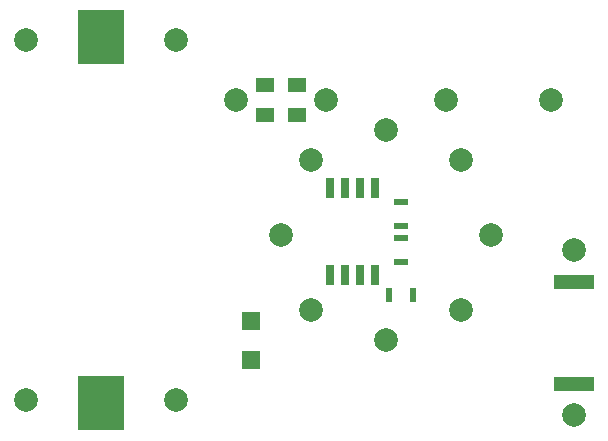
<source format=gts>
G04 #@! TF.FileFunction,Soldermask,Top*
%FSLAX46Y46*%
G04 Gerber Fmt 4.6, Leading zero omitted, Abs format (unit mm)*
G04 Created by KiCad (PCBNEW 4.0.6) date 03/27/19 07:52:48*
%MOMM*%
%LPD*%
G01*
G04 APERTURE LIST*
%ADD10C,0.100000*%
%ADD11C,2.000000*%
%ADD12R,1.300000X0.600000*%
%ADD13R,0.600000X1.300000*%
%ADD14R,4.000000X4.600000*%
%ADD15R,1.500000X1.300000*%
%ADD16R,0.650000X1.700000*%
%ADD17R,3.400000X1.300000*%
%ADD18R,1.500000X1.500000*%
G04 APERTURE END LIST*
D10*
D11*
X152019000Y-93218000D03*
X139319000Y-62738000D03*
D12*
X171069000Y-76470000D03*
X171069000Y-78470000D03*
X171069000Y-79518000D03*
X171069000Y-81518000D03*
D13*
X170069000Y-84328000D03*
X172069000Y-84328000D03*
D14*
X145669000Y-93478000D03*
X145669000Y-62478000D03*
D15*
X159559000Y-69088000D03*
X162259000Y-69088000D03*
D16*
X168846500Y-75280500D03*
X167576500Y-75280500D03*
X166306500Y-75280500D03*
X165036500Y-75280500D03*
X165036500Y-82580500D03*
X166306500Y-82580500D03*
X167576500Y-82580500D03*
X168846500Y-82580500D03*
D15*
X159559000Y-66548000D03*
X162259000Y-66548000D03*
D17*
X185674000Y-83203000D03*
X185674000Y-91803000D03*
D11*
X139319000Y-93218000D03*
X152019000Y-62738000D03*
X164719000Y-67818000D03*
X157099000Y-67818000D03*
X169799000Y-88138000D03*
X160909000Y-79248000D03*
X185674000Y-94488000D03*
X185674000Y-80518000D03*
X174879000Y-67818000D03*
X183769000Y-67818000D03*
X163449000Y-85598000D03*
X176149000Y-85598000D03*
X178689000Y-79248000D03*
X169799000Y-70358000D03*
X163449000Y-72898000D03*
X176149000Y-72898000D03*
D18*
X158369000Y-86488000D03*
X158369000Y-89788000D03*
M02*

</source>
